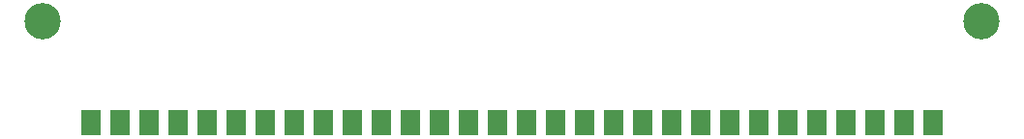
<source format=gbr>
%TF.GenerationSoftware,KiCad,Pcbnew,(5.1.9-0-10_14)*%
%TF.CreationDate,2021-02-23T12:31:03+01:00*%
%TF.ProjectId,30pin_SIMM_4MB,33307069-6e5f-4534-994d-4d5f344d422e,rev?*%
%TF.SameCoordinates,Original*%
%TF.FileFunction,Soldermask,Bot*%
%TF.FilePolarity,Negative*%
%FSLAX46Y46*%
G04 Gerber Fmt 4.6, Leading zero omitted, Abs format (unit mm)*
G04 Created by KiCad (PCBNEW (5.1.9-0-10_14)) date 2021-02-23 12:31:03*
%MOMM*%
%LPD*%
G01*
G04 APERTURE LIST*
%ADD10C,3.180000*%
%ADD11R,1.780000X2.300000*%
G04 APERTURE END LIST*
D10*
%TO.C,REF\u002A\u002A*%
X103380000Y-89840000D03*
%TD*%
%TO.C,REF\u002A\u002A*%
X185520000Y-89840000D03*
%TD*%
D11*
%TO.C,J1*%
X181280000Y-98700000D03*
X178740000Y-98700000D03*
X176200000Y-98700000D03*
X173660000Y-98700000D03*
X171120000Y-98700000D03*
X168580000Y-98700000D03*
X166040000Y-98700000D03*
X163500000Y-98700000D03*
X160960000Y-98700000D03*
X158420000Y-98700000D03*
X155880000Y-98700000D03*
X153340000Y-98700000D03*
X150800000Y-98700000D03*
X148260000Y-98700000D03*
X145720000Y-98700000D03*
X143180000Y-98700000D03*
X140640000Y-98700000D03*
X138100000Y-98700000D03*
X135560000Y-98700000D03*
X133020000Y-98700000D03*
X130480000Y-98700000D03*
X127940000Y-98700000D03*
X125400000Y-98700000D03*
X122860000Y-98700000D03*
X120320000Y-98700000D03*
X117780000Y-98700000D03*
X115240000Y-98700000D03*
X112700000Y-98700000D03*
X110160000Y-98700000D03*
X107620000Y-98700000D03*
%TD*%
M02*

</source>
